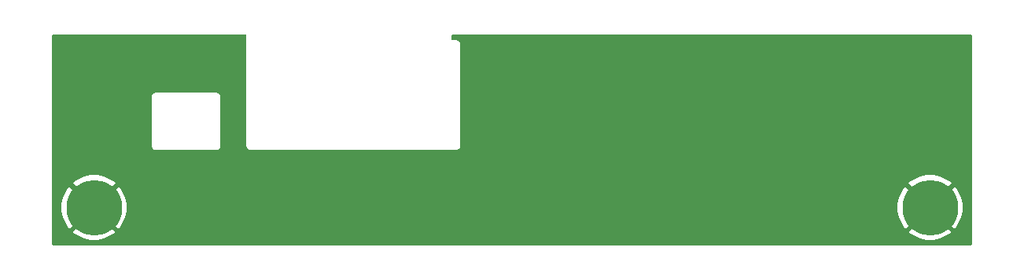
<source format=gbr>
%TF.GenerationSoftware,KiCad,Pcbnew,8.0.6*%
%TF.CreationDate,2025-01-17T17:50:57+00:00*%
%TF.ProjectId,right,72696768-742e-46b6-9963-61645f706362,rev?*%
%TF.SameCoordinates,Original*%
%TF.FileFunction,Copper,L1,Top*%
%TF.FilePolarity,Positive*%
%FSLAX46Y46*%
G04 Gerber Fmt 4.6, Leading zero omitted, Abs format (unit mm)*
G04 Created by KiCad (PCBNEW 8.0.6) date 2025-01-17 17:50:57*
%MOMM*%
%LPD*%
G01*
G04 APERTURE LIST*
%TA.AperFunction,ComponentPad*%
%ADD10C,6.000000*%
%TD*%
G04 APERTURE END LIST*
D10*
%TO.P,H2,1*%
%TO.N,GND*%
X178900000Y-77400000D03*
%TD*%
%TO.P,H1,1*%
%TO.N,GND*%
X88900000Y-77400000D03*
%TD*%
%TA.AperFunction,Conductor*%
%TO.N,GND*%
G36*
X105242539Y-58720185D02*
G01*
X105288294Y-58772989D01*
X105299500Y-58824500D01*
X105299500Y-70765891D01*
X105333608Y-70893187D01*
X105366554Y-70950250D01*
X105399500Y-71007314D01*
X105492686Y-71100500D01*
X105606814Y-71166392D01*
X105734108Y-71200500D01*
X105734110Y-71200500D01*
X127865890Y-71200500D01*
X127865892Y-71200500D01*
X127993186Y-71166392D01*
X128107314Y-71100500D01*
X128200500Y-71007314D01*
X128266392Y-70893186D01*
X128300500Y-70765892D01*
X128300500Y-59734108D01*
X128266392Y-59606814D01*
X128200500Y-59492686D01*
X128107314Y-59399500D01*
X128050250Y-59366554D01*
X127993187Y-59333608D01*
X127929539Y-59316554D01*
X127865892Y-59299500D01*
X127865891Y-59299500D01*
X127524500Y-59299500D01*
X127457461Y-59279815D01*
X127411706Y-59227011D01*
X127400500Y-59175500D01*
X127400500Y-58824500D01*
X127420185Y-58757461D01*
X127472989Y-58711706D01*
X127524500Y-58700500D01*
X127734108Y-58700500D01*
X183275500Y-58700500D01*
X183342539Y-58720185D01*
X183388294Y-58772989D01*
X183399500Y-58824500D01*
X183399500Y-81375500D01*
X183379815Y-81442539D01*
X183327011Y-81488294D01*
X183275500Y-81499500D01*
X84524500Y-81499500D01*
X84457461Y-81479815D01*
X84411706Y-81427011D01*
X84400500Y-81375500D01*
X84400500Y-77399999D01*
X85395197Y-77399999D01*
X85395197Y-77400000D01*
X85414397Y-77766353D01*
X85471784Y-78128684D01*
X85471784Y-78128686D01*
X85566736Y-78483051D01*
X85698204Y-78825535D01*
X85864754Y-79152406D01*
X86064553Y-79460070D01*
X86253297Y-79693148D01*
X87605748Y-78340698D01*
X87679588Y-78442330D01*
X87857670Y-78620412D01*
X87959300Y-78694251D01*
X86606850Y-80046701D01*
X86839929Y-80235446D01*
X87147593Y-80435245D01*
X87474464Y-80601795D01*
X87816948Y-80733263D01*
X88171314Y-80828215D01*
X88533646Y-80885602D01*
X88899999Y-80904803D01*
X88900001Y-80904803D01*
X89266353Y-80885602D01*
X89628684Y-80828215D01*
X89628686Y-80828215D01*
X89983051Y-80733263D01*
X90325535Y-80601795D01*
X90652406Y-80435245D01*
X90960064Y-80235450D01*
X91193148Y-80046701D01*
X89840698Y-78694251D01*
X89942330Y-78620412D01*
X90120412Y-78442330D01*
X90194251Y-78340698D01*
X91546701Y-79693148D01*
X91735450Y-79460064D01*
X91935245Y-79152406D01*
X92101795Y-78825535D01*
X92233263Y-78483051D01*
X92328215Y-78128686D01*
X92328215Y-78128684D01*
X92385602Y-77766353D01*
X92404803Y-77400000D01*
X92404803Y-77399999D01*
X175395197Y-77399999D01*
X175395197Y-77400000D01*
X175414397Y-77766353D01*
X175471784Y-78128684D01*
X175471784Y-78128686D01*
X175566736Y-78483051D01*
X175698204Y-78825535D01*
X175864754Y-79152406D01*
X176064553Y-79460070D01*
X176253297Y-79693148D01*
X177605747Y-78340697D01*
X177679588Y-78442330D01*
X177857670Y-78620412D01*
X177959300Y-78694251D01*
X176606850Y-80046701D01*
X176839929Y-80235446D01*
X177147593Y-80435245D01*
X177474464Y-80601795D01*
X177816948Y-80733263D01*
X178171314Y-80828215D01*
X178533646Y-80885602D01*
X178899999Y-80904803D01*
X178900001Y-80904803D01*
X179266353Y-80885602D01*
X179628684Y-80828215D01*
X179628686Y-80828215D01*
X179983051Y-80733263D01*
X180325535Y-80601795D01*
X180652406Y-80435245D01*
X180960064Y-80235450D01*
X181193148Y-80046701D01*
X179840698Y-78694251D01*
X179942330Y-78620412D01*
X180120412Y-78442330D01*
X180194251Y-78340698D01*
X181546701Y-79693148D01*
X181735450Y-79460064D01*
X181935245Y-79152406D01*
X182101795Y-78825535D01*
X182233263Y-78483051D01*
X182328215Y-78128686D01*
X182328215Y-78128684D01*
X182385602Y-77766353D01*
X182404803Y-77400000D01*
X182404803Y-77399999D01*
X182385602Y-77033646D01*
X182328215Y-76671315D01*
X182328215Y-76671313D01*
X182233263Y-76316948D01*
X182101795Y-75974464D01*
X181935245Y-75647594D01*
X181735446Y-75339929D01*
X181546701Y-75106850D01*
X180194251Y-76459300D01*
X180120412Y-76357670D01*
X179942330Y-76179588D01*
X179840698Y-76105748D01*
X181193149Y-74753297D01*
X180960070Y-74564553D01*
X180652406Y-74364754D01*
X180325535Y-74198204D01*
X179983051Y-74066736D01*
X179628685Y-73971784D01*
X179266353Y-73914397D01*
X178900001Y-73895197D01*
X178899999Y-73895197D01*
X178533646Y-73914397D01*
X178171315Y-73971784D01*
X178171313Y-73971784D01*
X177816948Y-74066736D01*
X177474464Y-74198204D01*
X177147594Y-74364754D01*
X176839924Y-74564557D01*
X176606849Y-74753296D01*
X176606849Y-74753297D01*
X177959301Y-76105748D01*
X177857670Y-76179588D01*
X177679588Y-76357670D01*
X177605748Y-76459300D01*
X176253297Y-75106849D01*
X176253296Y-75106849D01*
X176064557Y-75339924D01*
X175864754Y-75647594D01*
X175698204Y-75974464D01*
X175566736Y-76316948D01*
X175471784Y-76671313D01*
X175471784Y-76671315D01*
X175414397Y-77033646D01*
X175395197Y-77399999D01*
X92404803Y-77399999D01*
X92385602Y-77033646D01*
X92328215Y-76671315D01*
X92328215Y-76671313D01*
X92233263Y-76316948D01*
X92101795Y-75974464D01*
X91935245Y-75647594D01*
X91735446Y-75339929D01*
X91546701Y-75106850D01*
X90194251Y-76459300D01*
X90120412Y-76357670D01*
X89942330Y-76179588D01*
X89840698Y-76105748D01*
X91193149Y-74753297D01*
X90960070Y-74564553D01*
X90652406Y-74364754D01*
X90325535Y-74198204D01*
X89983051Y-74066736D01*
X89628685Y-73971784D01*
X89266353Y-73914397D01*
X88900001Y-73895197D01*
X88899999Y-73895197D01*
X88533646Y-73914397D01*
X88171315Y-73971784D01*
X88171313Y-73971784D01*
X87816948Y-74066736D01*
X87474464Y-74198204D01*
X87147594Y-74364754D01*
X86839924Y-74564557D01*
X86606849Y-74753296D01*
X86606849Y-74753297D01*
X87959301Y-76105748D01*
X87857670Y-76179588D01*
X87679588Y-76357670D01*
X87605748Y-76459300D01*
X86253297Y-75106849D01*
X86253296Y-75106849D01*
X86064557Y-75339924D01*
X85864754Y-75647594D01*
X85698204Y-75974464D01*
X85566736Y-76316948D01*
X85471784Y-76671313D01*
X85471784Y-76671315D01*
X85414397Y-77033646D01*
X85395197Y-77399999D01*
X84400500Y-77399999D01*
X84400500Y-65434108D01*
X95099500Y-65434108D01*
X95099500Y-70765891D01*
X95133608Y-70893187D01*
X95166554Y-70950250D01*
X95199500Y-71007314D01*
X95292686Y-71100500D01*
X95406814Y-71166392D01*
X95534108Y-71200500D01*
X95534110Y-71200500D01*
X102065890Y-71200500D01*
X102065892Y-71200500D01*
X102193186Y-71166392D01*
X102307314Y-71100500D01*
X102400500Y-71007314D01*
X102466392Y-70893186D01*
X102500500Y-70765892D01*
X102500500Y-65434108D01*
X102466392Y-65306814D01*
X102400500Y-65192686D01*
X102307314Y-65099500D01*
X102250250Y-65066554D01*
X102193187Y-65033608D01*
X102129539Y-65016554D01*
X102065892Y-64999500D01*
X95665892Y-64999500D01*
X95534108Y-64999500D01*
X95406812Y-65033608D01*
X95292686Y-65099500D01*
X95292683Y-65099502D01*
X95199502Y-65192683D01*
X95199500Y-65192686D01*
X95133608Y-65306812D01*
X95099500Y-65434108D01*
X84400500Y-65434108D01*
X84400500Y-58824500D01*
X84420185Y-58757461D01*
X84472989Y-58711706D01*
X84524500Y-58700500D01*
X105175500Y-58700500D01*
X105242539Y-58720185D01*
G37*
%TD.AperFunction*%
%TD*%
M02*

</source>
